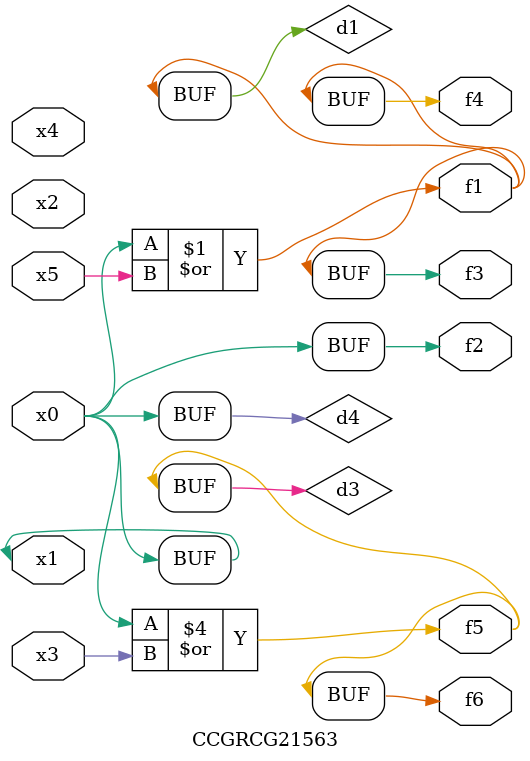
<source format=v>
module CCGRCG21563(
	input x0, x1, x2, x3, x4, x5,
	output f1, f2, f3, f4, f5, f6
);

	wire d1, d2, d3, d4;

	or (d1, x0, x5);
	xnor (d2, x1, x4);
	or (d3, x0, x3);
	buf (d4, x0, x1);
	assign f1 = d1;
	assign f2 = d4;
	assign f3 = d1;
	assign f4 = d1;
	assign f5 = d3;
	assign f6 = d3;
endmodule

</source>
